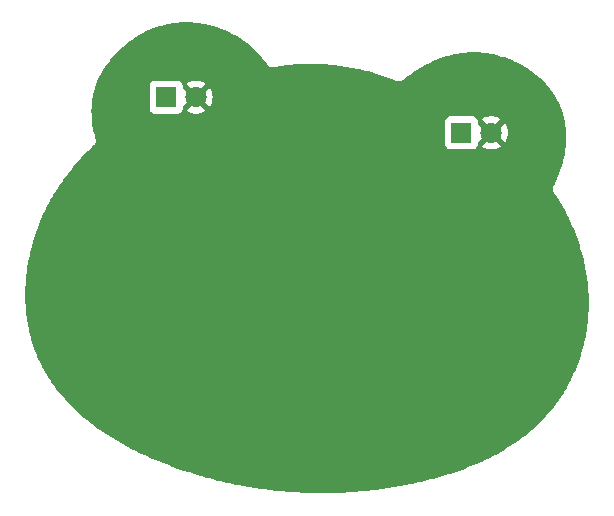
<source format=gbr>
%TF.GenerationSoftware,KiCad,Pcbnew,8.0.8*%
%TF.CreationDate,2025-02-14T08:27:58+01:00*%
%TF.ProjectId,Frog,46726f67-2e6b-4696-9361-645f70636258,rev?*%
%TF.SameCoordinates,Original*%
%TF.FileFunction,Copper,L1,Top*%
%TF.FilePolarity,Positive*%
%FSLAX46Y46*%
G04 Gerber Fmt 4.6, Leading zero omitted, Abs format (unit mm)*
G04 Created by KiCad (PCBNEW 8.0.8) date 2025-02-14 08:27:58*
%MOMM*%
%LPD*%
G01*
G04 APERTURE LIST*
%TA.AperFunction,ComponentPad*%
%ADD10R,1.800000X1.800000*%
%TD*%
%TA.AperFunction,ComponentPad*%
%ADD11C,1.800000*%
%TD*%
G04 APERTURE END LIST*
D10*
%TO.P,D2,1,K*%
%TO.N,GND*%
X128460000Y-73000000D03*
D11*
%TO.P,D2,2,A*%
%TO.N,VCC*%
X131000000Y-73000000D03*
%TD*%
D10*
%TO.P,D1,1,K*%
%TO.N,GND*%
X103460000Y-70000000D03*
D11*
%TO.P,D1,2,A*%
%TO.N,VCC*%
X106000000Y-70000000D03*
%TD*%
%TA.AperFunction,Conductor*%
%TO.N,VCC*%
G36*
X105154157Y-63652955D02*
G01*
X105391372Y-63656501D01*
X105394878Y-63656605D01*
X105630182Y-63667007D01*
X105633762Y-63667217D01*
X105666535Y-63669617D01*
X105868853Y-63684439D01*
X105872296Y-63684741D01*
X106106950Y-63708715D01*
X106110367Y-63709113D01*
X106344374Y-63739770D01*
X106347715Y-63740255D01*
X106580906Y-63777528D01*
X106584296Y-63778119D01*
X106816425Y-63821932D01*
X106819767Y-63822612D01*
X107050623Y-63872889D01*
X107053900Y-63873651D01*
X107246561Y-63921246D01*
X107283344Y-63930333D01*
X107286659Y-63931201D01*
X107445937Y-63975253D01*
X107514355Y-63994176D01*
X107517599Y-63995120D01*
X107721353Y-64057568D01*
X107743494Y-64064354D01*
X107746742Y-64065398D01*
X107970609Y-64140805D01*
X107973699Y-64141894D01*
X108195310Y-64223389D01*
X108198386Y-64224568D01*
X108417535Y-64312069D01*
X108420665Y-64313369D01*
X108636992Y-64406724D01*
X108640113Y-64408122D01*
X108853651Y-64507347D01*
X108856744Y-64508837D01*
X109067149Y-64613783D01*
X109070163Y-64615338D01*
X109277382Y-64725989D01*
X109280303Y-64727602D01*
X109484003Y-64843803D01*
X109486942Y-64845535D01*
X109686928Y-64967195D01*
X109689791Y-64968991D01*
X109885968Y-65096082D01*
X109888876Y-65098027D01*
X110080837Y-65230318D01*
X110083749Y-65232387D01*
X110271471Y-65369897D01*
X110274346Y-65372068D01*
X110452332Y-65510583D01*
X110457578Y-65514665D01*
X110460414Y-65516939D01*
X110639028Y-65664575D01*
X110641774Y-65666914D01*
X110709991Y-65726800D01*
X110815560Y-65819477D01*
X110818326Y-65821980D01*
X110987063Y-65979348D01*
X110989747Y-65981928D01*
X111153298Y-66144049D01*
X111155941Y-66146752D01*
X111314063Y-66313470D01*
X111316686Y-66316323D01*
X111469261Y-66487610D01*
X111471826Y-66490583D01*
X111618656Y-66666321D01*
X111621159Y-66669417D01*
X111762063Y-66849512D01*
X111764480Y-66852707D01*
X111899341Y-67037137D01*
X111901656Y-67040415D01*
X111994667Y-67176832D01*
X112006755Y-67194562D01*
X112016931Y-67212543D01*
X112022655Y-67224971D01*
X112022657Y-67224975D01*
X112040081Y-67245941D01*
X112045803Y-67252827D01*
X112052885Y-67262223D01*
X112073285Y-67292143D01*
X112073286Y-67292144D01*
X112083661Y-67301072D01*
X112098134Y-67315796D01*
X112106886Y-67326327D01*
X112136451Y-67347237D01*
X112145724Y-67354481D01*
X112173176Y-67378105D01*
X112185504Y-67384041D01*
X112203304Y-67394523D01*
X112214479Y-67402427D01*
X112248452Y-67414975D01*
X112259277Y-67419567D01*
X112291909Y-67435282D01*
X112305346Y-67437824D01*
X112325262Y-67443344D01*
X112338100Y-67448086D01*
X112374174Y-67451414D01*
X112385802Y-67453046D01*
X112421397Y-67459782D01*
X112435042Y-67458759D01*
X112455706Y-67458936D01*
X112469327Y-67460194D01*
X112505026Y-67454072D01*
X112516676Y-67452640D01*
X112552812Y-67449933D01*
X112565730Y-67445411D01*
X112585727Y-67440237D01*
X112787600Y-67405628D01*
X112789253Y-67405357D01*
X113038559Y-67366396D01*
X113040357Y-67366129D01*
X113290172Y-67330832D01*
X113291912Y-67330598D01*
X113542227Y-67298942D01*
X113543905Y-67298743D01*
X113794633Y-67270716D01*
X113796354Y-67270535D01*
X114047680Y-67246092D01*
X114049297Y-67245947D01*
X114300758Y-67225111D01*
X114302420Y-67224985D01*
X114554276Y-67207711D01*
X114555933Y-67207608D01*
X114808143Y-67193877D01*
X114809784Y-67193800D01*
X115062068Y-67183605D01*
X115063574Y-67183554D01*
X115316326Y-67176863D01*
X115317836Y-67176834D01*
X115570529Y-67173639D01*
X115571962Y-67173630D01*
X115824849Y-67173912D01*
X115826512Y-67173925D01*
X116079146Y-67177657D01*
X116080770Y-67177692D01*
X116333581Y-67184862D01*
X116335062Y-67184914D01*
X116587765Y-67195499D01*
X116589160Y-67195566D01*
X116842115Y-67209567D01*
X116843373Y-67209645D01*
X117095946Y-67227012D01*
X117097364Y-67227119D01*
X117349729Y-67247844D01*
X117351194Y-67247974D01*
X117603265Y-67272033D01*
X117604609Y-67272170D01*
X117856400Y-67299550D01*
X117857873Y-67299719D01*
X118109313Y-67330397D01*
X118110690Y-67330574D01*
X118361821Y-67364543D01*
X118363249Y-67364746D01*
X118613799Y-67401952D01*
X118615251Y-67402178D01*
X118865316Y-67442620D01*
X118866706Y-67442854D01*
X119116275Y-67486523D01*
X119117729Y-67486787D01*
X119366732Y-67533655D01*
X119368124Y-67533926D01*
X119616559Y-67583984D01*
X119617965Y-67584277D01*
X119865546Y-67637452D01*
X119866969Y-67637767D01*
X120113980Y-67694112D01*
X120115362Y-67694436D01*
X120361614Y-67753899D01*
X120363012Y-67754247D01*
X120608309Y-67816771D01*
X120609806Y-67817162D01*
X120801156Y-67868514D01*
X120854189Y-67882746D01*
X120855693Y-67883159D01*
X121099245Y-67951814D01*
X121100685Y-67952230D01*
X121343331Y-68023931D01*
X121344669Y-68024336D01*
X121586368Y-68099066D01*
X121587729Y-68099496D01*
X121828300Y-68177192D01*
X121829625Y-68177629D01*
X122069257Y-68258346D01*
X122070481Y-68258768D01*
X122308909Y-68342414D01*
X122310282Y-68342906D01*
X122547404Y-68429437D01*
X122548747Y-68429936D01*
X122784757Y-68519420D01*
X122786039Y-68519916D01*
X122955770Y-68586707D01*
X122968591Y-68592617D01*
X122970496Y-68593630D01*
X122970497Y-68593630D01*
X122970498Y-68593631D01*
X123027248Y-68614854D01*
X123029167Y-68615590D01*
X123085576Y-68637789D01*
X123085581Y-68637789D01*
X123087661Y-68638308D01*
X123088124Y-68638451D01*
X123088693Y-68638583D01*
X123090777Y-68639083D01*
X123091361Y-68639228D01*
X123091844Y-68639311D01*
X123093925Y-68639791D01*
X123093932Y-68639794D01*
X123154320Y-68645613D01*
X123156220Y-68645812D01*
X123206246Y-68651495D01*
X123216517Y-68652663D01*
X123216518Y-68652662D01*
X123216519Y-68652663D01*
X123216519Y-68652662D01*
X123218654Y-68652625D01*
X123219141Y-68652644D01*
X123219746Y-68652623D01*
X123221901Y-68652566D01*
X123222488Y-68652555D01*
X123222977Y-68652510D01*
X123225095Y-68652435D01*
X123225109Y-68652437D01*
X123284976Y-68642423D01*
X123286825Y-68642131D01*
X123346848Y-68633140D01*
X123346851Y-68633138D01*
X123348902Y-68632550D01*
X123349367Y-68632444D01*
X123349916Y-68632277D01*
X123351973Y-68631668D01*
X123352587Y-68631491D01*
X123353055Y-68631319D01*
X123355080Y-68630699D01*
X123355087Y-68630698D01*
X123410224Y-68605575D01*
X123412097Y-68604742D01*
X123448576Y-68588866D01*
X123467685Y-68580550D01*
X123467693Y-68580543D01*
X123469521Y-68579445D01*
X123469955Y-68579216D01*
X123470451Y-68578907D01*
X123472264Y-68577795D01*
X123472799Y-68577472D01*
X123473206Y-68577185D01*
X123474997Y-68576065D01*
X123475011Y-68576059D01*
X123521844Y-68537457D01*
X123523299Y-68536279D01*
X123570792Y-68498477D01*
X123570798Y-68498467D01*
X123572289Y-68496924D01*
X123582646Y-68487345D01*
X123716876Y-68376715D01*
X123718768Y-68375191D01*
X123908334Y-68225803D01*
X123910397Y-68224213D01*
X124103568Y-68078778D01*
X124105631Y-68077260D01*
X124302285Y-67935941D01*
X124304435Y-67934431D01*
X124504447Y-67797398D01*
X124506746Y-67795862D01*
X124567227Y-67756410D01*
X124709839Y-67663382D01*
X124712124Y-67661929D01*
X124918483Y-67533970D01*
X124920765Y-67532592D01*
X125129968Y-67409507D01*
X125132379Y-67408126D01*
X125344430Y-67289998D01*
X125346895Y-67288662D01*
X125561597Y-67175698D01*
X125564114Y-67174412D01*
X125781382Y-67066750D01*
X125783998Y-67065495D01*
X126003596Y-66963350D01*
X126006332Y-66962119D01*
X126228103Y-66865658D01*
X126230963Y-66864457D01*
X126454938Y-66773772D01*
X126457793Y-66772659D01*
X126683748Y-66687943D01*
X126686700Y-66686881D01*
X126914545Y-66608280D01*
X126917567Y-66607283D01*
X127147073Y-66534983D01*
X127150265Y-66534025D01*
X127381398Y-66468147D01*
X127384607Y-66467282D01*
X127617156Y-66408001D01*
X127620571Y-66407182D01*
X127854454Y-66354635D01*
X127857946Y-66353903D01*
X128093078Y-66308229D01*
X128096645Y-66307592D01*
X128332920Y-66268936D01*
X128336518Y-66268404D01*
X128573812Y-66236915D01*
X128577529Y-66236480D01*
X128815699Y-66212308D01*
X128819472Y-66211984D01*
X129058470Y-66195269D01*
X129062372Y-66195058D01*
X129302104Y-66185945D01*
X129306042Y-66185859D01*
X129544653Y-66184509D01*
X129549335Y-66184571D01*
X129780552Y-66192082D01*
X129784058Y-66192246D01*
X130018172Y-66206524D01*
X130021626Y-66206784D01*
X130245759Y-66226805D01*
X130255566Y-66227681D01*
X130259009Y-66228036D01*
X130285390Y-66231138D01*
X130492537Y-66255489D01*
X130495944Y-66255938D01*
X130579324Y-66268091D01*
X130728810Y-66289879D01*
X130732142Y-66290411D01*
X130964335Y-66330810D01*
X130967611Y-66331427D01*
X131141054Y-66366521D01*
X131198670Y-66378179D01*
X131201971Y-66378894D01*
X131431804Y-66431954D01*
X131435000Y-66432738D01*
X131657057Y-66490394D01*
X131663354Y-66492029D01*
X131666588Y-66492915D01*
X131893229Y-66558362D01*
X131896397Y-66559323D01*
X132121220Y-66630885D01*
X132124397Y-66631944D01*
X132282017Y-66686852D01*
X132346985Y-66709484D01*
X132350138Y-66710630D01*
X132570518Y-66794153D01*
X132573646Y-66795388D01*
X132791377Y-66884732D01*
X132794481Y-66886055D01*
X132813638Y-66894532D01*
X133009580Y-66981236D01*
X133012632Y-66982637D01*
X133064485Y-67007297D01*
X133224712Y-67083498D01*
X133227767Y-67085003D01*
X133436684Y-67191491D01*
X133439717Y-67193090D01*
X133645293Y-67305140D01*
X133648303Y-67306835D01*
X133781012Y-67384039D01*
X133847519Y-67422730D01*
X133850282Y-67424337D01*
X133853261Y-67426126D01*
X134051465Y-67549010D01*
X134054378Y-67550873D01*
X134248618Y-67679062D01*
X134251523Y-67681039D01*
X134375652Y-67768163D01*
X134441575Y-67814434D01*
X134444485Y-67816540D01*
X134630125Y-67955035D01*
X134633006Y-67957251D01*
X134814072Y-68100782D01*
X134816922Y-68103111D01*
X134934869Y-68202448D01*
X134970665Y-68232596D01*
X134993199Y-68251574D01*
X134996010Y-68254015D01*
X135132255Y-68375951D01*
X135167338Y-68407349D01*
X135170111Y-68409908D01*
X135304234Y-68537519D01*
X135336288Y-68568016D01*
X135339025Y-68570702D01*
X135499876Y-68733510D01*
X135502565Y-68736318D01*
X135618748Y-68861534D01*
X135647007Y-68891991D01*
X135657871Y-68903699D01*
X135660503Y-68906629D01*
X135759227Y-69020065D01*
X135810126Y-69078550D01*
X135812706Y-69081613D01*
X135956463Y-69257986D01*
X135958957Y-69261149D01*
X136096692Y-69441921D01*
X136099121Y-69445223D01*
X136229625Y-69628863D01*
X136232351Y-69632862D01*
X136332720Y-69786530D01*
X136356292Y-69822619D01*
X136358762Y-69826561D01*
X136427327Y-69940756D01*
X136474893Y-70019978D01*
X136477212Y-70024010D01*
X136585501Y-70220727D01*
X136587647Y-70224803D01*
X136688167Y-70424637D01*
X136690137Y-70428739D01*
X136783001Y-70631567D01*
X136784796Y-70635685D01*
X136846529Y-70784548D01*
X136870072Y-70841318D01*
X136871696Y-70845441D01*
X136949493Y-71053783D01*
X136950948Y-71057899D01*
X137021336Y-71268771D01*
X137022626Y-71272871D01*
X137085675Y-71486094D01*
X137086805Y-71490169D01*
X137142596Y-71705612D01*
X137143571Y-71709655D01*
X137169113Y-71823955D01*
X137190060Y-71917693D01*
X137192160Y-71927088D01*
X137192986Y-71931094D01*
X137234443Y-72150356D01*
X137235126Y-72154317D01*
X137269532Y-72375305D01*
X137270077Y-72379218D01*
X137297472Y-72601563D01*
X137297887Y-72605424D01*
X137318361Y-72829128D01*
X137318650Y-72832936D01*
X137332255Y-73057641D01*
X137332426Y-73061393D01*
X137339238Y-73287047D01*
X137339294Y-73290743D01*
X137339378Y-73516959D01*
X137339326Y-73520598D01*
X137332754Y-73747339D01*
X137332598Y-73750921D01*
X137319444Y-73977875D01*
X137319189Y-73981400D01*
X137299529Y-74208378D01*
X137299179Y-74211851D01*
X137273090Y-74438616D01*
X137272649Y-74442033D01*
X137240199Y-74668470D01*
X137239669Y-74671837D01*
X137200968Y-74897529D01*
X137200353Y-74900847D01*
X137155451Y-75125779D01*
X137154752Y-75129048D01*
X137103765Y-75352850D01*
X137102985Y-75356075D01*
X137045968Y-75578668D01*
X137045107Y-75581852D01*
X136982185Y-75802867D01*
X136981246Y-75806008D01*
X136912492Y-76025316D01*
X136911473Y-76028422D01*
X136837004Y-76245722D01*
X136835907Y-76248791D01*
X136755773Y-76464006D01*
X136754596Y-76467043D01*
X136668973Y-76679740D01*
X136667717Y-76682747D01*
X136576594Y-76892984D01*
X136575268Y-76895936D01*
X136478865Y-77103223D01*
X136477460Y-77106143D01*
X136375807Y-77310428D01*
X136374302Y-77313355D01*
X136297075Y-77458745D01*
X136288777Y-77470825D01*
X136289168Y-77471084D01*
X136284683Y-77477861D01*
X136260535Y-77527379D01*
X136258593Y-77531193D01*
X136232739Y-77579867D01*
X136229898Y-77587477D01*
X136229461Y-77587314D01*
X136229057Y-77588456D01*
X136229499Y-77588604D01*
X136226921Y-77596310D01*
X136216409Y-77650407D01*
X136215520Y-77654594D01*
X136203149Y-77708283D01*
X136202374Y-77716372D01*
X136201909Y-77716327D01*
X136201814Y-77717543D01*
X136202279Y-77717572D01*
X136201783Y-77725684D01*
X136205630Y-77780646D01*
X136205855Y-77784918D01*
X136207803Y-77839980D01*
X136209149Y-77848002D01*
X136208688Y-77848079D01*
X136208908Y-77849265D01*
X136209364Y-77849173D01*
X136210985Y-77857136D01*
X136228937Y-77909263D01*
X136230261Y-77913335D01*
X136246385Y-77965994D01*
X136249760Y-77973391D01*
X136249334Y-77973585D01*
X136249852Y-77974670D01*
X136250270Y-77974462D01*
X136253899Y-77981738D01*
X136284715Y-78027420D01*
X136287047Y-78031009D01*
X136316270Y-78077730D01*
X136321441Y-78083998D01*
X136321080Y-78084295D01*
X136330601Y-78095438D01*
X136432151Y-78245968D01*
X136433170Y-78247504D01*
X136568851Y-78455221D01*
X136569844Y-78456767D01*
X136702383Y-78666393D01*
X136703352Y-78667950D01*
X136832787Y-78879532D01*
X136833730Y-78881100D01*
X136959979Y-79094485D01*
X136960895Y-79096060D01*
X137065210Y-79278448D01*
X137083944Y-79311202D01*
X137084823Y-79312766D01*
X137134300Y-79402304D01*
X137204717Y-79529737D01*
X137205586Y-79531337D01*
X137322253Y-79749991D01*
X137323090Y-79751589D01*
X137422902Y-79945447D01*
X137436466Y-79971790D01*
X137437269Y-79973379D01*
X137476215Y-80051822D01*
X137547420Y-80195245D01*
X137548205Y-80196856D01*
X137595459Y-80295640D01*
X137655051Y-80420214D01*
X137655822Y-80421857D01*
X137759328Y-80646624D01*
X137760075Y-80648278D01*
X137860309Y-80874599D01*
X137861031Y-80876261D01*
X137957866Y-81103835D01*
X137958564Y-81105510D01*
X138052040Y-81334430D01*
X138052714Y-81336115D01*
X138142791Y-81566279D01*
X138143440Y-81567973D01*
X138230118Y-81799371D01*
X138230743Y-81801079D01*
X138314002Y-82033679D01*
X138314602Y-82035395D01*
X138394368Y-82268976D01*
X138394944Y-82270704D01*
X138471272Y-82505436D01*
X138471824Y-82507176D01*
X138544668Y-82742940D01*
X138545194Y-82744689D01*
X138614469Y-82981200D01*
X138614971Y-82982961D01*
X138680770Y-83220555D01*
X138681246Y-83222326D01*
X138729239Y-83406159D01*
X138743490Y-83460744D01*
X138743941Y-83462528D01*
X138802586Y-83701621D01*
X138803012Y-83703416D01*
X138858076Y-83943280D01*
X138858477Y-83945086D01*
X138909951Y-84185718D01*
X138910325Y-84187534D01*
X138958152Y-84428692D01*
X138958501Y-84430521D01*
X139002690Y-84672313D01*
X139003012Y-84674153D01*
X139043534Y-84916465D01*
X139043829Y-84918317D01*
X139080660Y-85161064D01*
X139080928Y-85162926D01*
X139114055Y-85406079D01*
X139114296Y-85407954D01*
X139143701Y-85651483D01*
X139143914Y-85653367D01*
X139169582Y-85897231D01*
X139169767Y-85899129D01*
X139191673Y-86143256D01*
X139191829Y-86145163D01*
X139209961Y-86389549D01*
X139210088Y-86391468D01*
X139224409Y-86635769D01*
X139224508Y-86637698D01*
X139235028Y-86882352D01*
X139235096Y-86884292D01*
X139241780Y-87128930D01*
X139241818Y-87130883D01*
X139244648Y-87375519D01*
X139244655Y-87377479D01*
X139243614Y-87622778D01*
X139243596Y-87624447D01*
X139239330Y-87865379D01*
X139239274Y-87867485D01*
X139230959Y-88107074D01*
X139230869Y-88109174D01*
X139218477Y-88348926D01*
X139218351Y-88351017D01*
X139201909Y-88590533D01*
X139201748Y-88592618D01*
X139181272Y-88831789D01*
X139181077Y-88833867D01*
X139156548Y-89072958D01*
X139156317Y-89075031D01*
X139127786Y-89313538D01*
X139127522Y-89315601D01*
X139094959Y-89553858D01*
X139094660Y-89555918D01*
X139058105Y-89793579D01*
X139057772Y-89795630D01*
X139017217Y-90032778D01*
X139016849Y-90034824D01*
X138972342Y-90271167D01*
X138971941Y-90273205D01*
X138923441Y-90508964D01*
X138923005Y-90510997D01*
X138870560Y-90745903D01*
X138870090Y-90747927D01*
X138813697Y-90981998D01*
X138813192Y-90984019D01*
X138752885Y-91217077D01*
X138752346Y-91219090D01*
X138688097Y-91451219D01*
X138687523Y-91453225D01*
X138619406Y-91684144D01*
X138618798Y-91686145D01*
X138546725Y-91916109D01*
X138546081Y-91918103D01*
X138470192Y-92146639D01*
X138469514Y-92148626D01*
X138389713Y-92375993D01*
X138388998Y-92377974D01*
X138305348Y-92603952D01*
X138304599Y-92605926D01*
X138217101Y-92830477D01*
X138216314Y-92832445D01*
X138125005Y-93055437D01*
X138124183Y-93057397D01*
X138029078Y-93278762D01*
X138028219Y-93280714D01*
X137929284Y-93500491D01*
X137928389Y-93502436D01*
X137825636Y-93720551D01*
X137824702Y-93722488D01*
X137718213Y-93938727D01*
X137717242Y-93940657D01*
X137606993Y-94155024D01*
X137605985Y-94156943D01*
X137491969Y-94369418D01*
X137490921Y-94371330D01*
X137373196Y-94581753D01*
X137372111Y-94583654D01*
X137250595Y-94792128D01*
X137249469Y-94794020D01*
X137124302Y-95000252D01*
X137123138Y-95002132D01*
X136994250Y-95206199D01*
X136993045Y-95208069D01*
X136860505Y-95409811D01*
X136859261Y-95411668D01*
X136723026Y-95611106D01*
X136721741Y-95612951D01*
X136581867Y-95809949D01*
X136580543Y-95811779D01*
X136436943Y-96006414D01*
X136435575Y-96008232D01*
X136288473Y-96200142D01*
X136287067Y-96201942D01*
X136136296Y-96391310D01*
X136134848Y-96393095D01*
X135980406Y-96579861D01*
X135978916Y-96581629D01*
X135821334Y-96765115D01*
X135820985Y-96765521D01*
X135819453Y-96767271D01*
X135657844Y-96948459D01*
X135656272Y-96950189D01*
X135491130Y-97128456D01*
X135489516Y-97130165D01*
X135320819Y-97305482D01*
X135319163Y-97307170D01*
X135146941Y-97479451D01*
X135145245Y-97481116D01*
X134966569Y-97653130D01*
X134965977Y-97653696D01*
X134783098Y-97827441D01*
X134781531Y-97828904D01*
X134598324Y-97997032D01*
X134596753Y-97998450D01*
X134410796Y-98163345D01*
X134409243Y-98164698D01*
X134373669Y-98195189D01*
X134220618Y-98326366D01*
X134219043Y-98327693D01*
X134027709Y-98486247D01*
X134026134Y-98487530D01*
X133832323Y-98642851D01*
X133830752Y-98644090D01*
X133634306Y-98796383D01*
X133632738Y-98797578D01*
X133433962Y-98946680D01*
X133432401Y-98947832D01*
X133231026Y-99094017D01*
X133229472Y-99095127D01*
X133025893Y-99238176D01*
X133024348Y-99239245D01*
X132818308Y-99379409D01*
X132816773Y-99380436D01*
X132608575Y-99517577D01*
X132607051Y-99518565D01*
X132396602Y-99652812D01*
X132395090Y-99653761D01*
X132182540Y-99785080D01*
X132181042Y-99785991D01*
X131966416Y-99914437D01*
X131964933Y-99915311D01*
X131748168Y-100040983D01*
X131746700Y-100041821D01*
X131528097Y-100164608D01*
X131526644Y-100165411D01*
X131306035Y-100285467D01*
X131304600Y-100286236D01*
X131082142Y-100403540D01*
X131080723Y-100404276D01*
X130856538Y-100518822D01*
X130855137Y-100519527D01*
X130629111Y-100631432D01*
X130627730Y-100632105D01*
X130400150Y-100741289D01*
X130398787Y-100741933D01*
X130169357Y-100848594D01*
X130168120Y-100849160D01*
X130031349Y-100910772D01*
X129937240Y-100953165D01*
X129935916Y-100953752D01*
X129703544Y-101055180D01*
X129702239Y-101055740D01*
X129468493Y-101154596D01*
X129467209Y-101155131D01*
X129232051Y-101251489D01*
X129230786Y-101251999D01*
X128994290Y-101345881D01*
X128993046Y-101346367D01*
X128755321Y-101437785D01*
X128754097Y-101438249D01*
X128515149Y-101527253D01*
X128513945Y-101527694D01*
X128273833Y-101614315D01*
X128272650Y-101614735D01*
X128031577Y-101698954D01*
X128030414Y-101699354D01*
X127788119Y-101781314D01*
X127786976Y-101781694D01*
X127543929Y-101861284D01*
X127542806Y-101861646D01*
X127298797Y-101938989D01*
X127297695Y-101939333D01*
X127052868Y-102014434D01*
X127051785Y-102014761D01*
X126806240Y-102087639D01*
X126805177Y-102087949D01*
X126558768Y-102158696D01*
X126557726Y-102158990D01*
X126310849Y-102227542D01*
X126309824Y-102227822D01*
X126062412Y-102294246D01*
X126061409Y-102294511D01*
X125813265Y-102358911D01*
X125812279Y-102359162D01*
X125563940Y-102421442D01*
X125563099Y-102421649D01*
X125313914Y-102482021D01*
X125313032Y-102482231D01*
X125063978Y-102540502D01*
X125063050Y-102540716D01*
X124813503Y-102597084D01*
X124812592Y-102597286D01*
X124561040Y-102652121D01*
X124560965Y-102652137D01*
X124310866Y-102706493D01*
X124310009Y-102706676D01*
X124096033Y-102751599D01*
X124061648Y-102758817D01*
X124061027Y-102758946D01*
X123812182Y-102809356D01*
X123811324Y-102809526D01*
X123562306Y-102858145D01*
X123561449Y-102858309D01*
X123312003Y-102905191D01*
X123311146Y-102905349D01*
X123061387Y-102950475D01*
X123060529Y-102950627D01*
X122810294Y-102994026D01*
X122809439Y-102994171D01*
X122559110Y-103035784D01*
X122558253Y-103035924D01*
X122307371Y-103075825D01*
X122306515Y-103075958D01*
X122055471Y-103114089D01*
X122054614Y-103114216D01*
X121803418Y-103150577D01*
X121802564Y-103150698D01*
X121550709Y-103185367D01*
X121549853Y-103185481D01*
X121298213Y-103218337D01*
X121297357Y-103218446D01*
X121045126Y-103249596D01*
X121044271Y-103249699D01*
X120791923Y-103279086D01*
X120791069Y-103279182D01*
X120538604Y-103306810D01*
X120537750Y-103306901D01*
X120284787Y-103332812D01*
X120283933Y-103332896D01*
X120031145Y-103357021D01*
X120030291Y-103357100D01*
X119777064Y-103379501D01*
X119776211Y-103379573D01*
X119523044Y-103400208D01*
X119522190Y-103400275D01*
X119268538Y-103419187D01*
X119267684Y-103419247D01*
X119014259Y-103436384D01*
X119013407Y-103436439D01*
X118759678Y-103451843D01*
X118758824Y-103451892D01*
X118505057Y-103465542D01*
X118504205Y-103465585D01*
X118250221Y-103477494D01*
X118249368Y-103477531D01*
X117995302Y-103487692D01*
X117994450Y-103487723D01*
X117740438Y-103496133D01*
X117739586Y-103496158D01*
X117485587Y-103502820D01*
X117484735Y-103502840D01*
X117230345Y-103507762D01*
X117229493Y-103507775D01*
X116975434Y-103510944D01*
X116974582Y-103510952D01*
X116720418Y-103512376D01*
X116719567Y-103512378D01*
X116465257Y-103512058D01*
X116464405Y-103512054D01*
X116210157Y-103509987D01*
X116209305Y-103509977D01*
X115955178Y-103506164D01*
X115954327Y-103506148D01*
X115700245Y-103500592D01*
X115699393Y-103500571D01*
X115445039Y-103493259D01*
X115444188Y-103493231D01*
X115190427Y-103484193D01*
X115189576Y-103484160D01*
X114935554Y-103473364D01*
X114934703Y-103473325D01*
X114680849Y-103460788D01*
X114679998Y-103460743D01*
X114426146Y-103446457D01*
X114425294Y-103446406D01*
X114171799Y-103430389D01*
X114170948Y-103430333D01*
X113917314Y-103412555D01*
X113916463Y-103412492D01*
X113663038Y-103392975D01*
X113662187Y-103392906D01*
X113409048Y-103371657D01*
X113408196Y-103371583D01*
X113155136Y-103348582D01*
X113154284Y-103348502D01*
X112901293Y-103323747D01*
X112900442Y-103323660D01*
X112647936Y-103297193D01*
X112647085Y-103297101D01*
X112394681Y-103268880D01*
X112393830Y-103268782D01*
X112141621Y-103238818D01*
X112140768Y-103238714D01*
X111888566Y-103206978D01*
X111887715Y-103206868D01*
X111726759Y-103185481D01*
X111636120Y-103173437D01*
X111635308Y-103173326D01*
X111599968Y-103168381D01*
X111383611Y-103138106D01*
X111382758Y-103137983D01*
X111131747Y-103101079D01*
X111130896Y-103100951D01*
X110880040Y-103062288D01*
X110879187Y-103062154D01*
X110628335Y-103021703D01*
X110627483Y-103021562D01*
X110377318Y-102979431D01*
X110376466Y-102979285D01*
X110126403Y-102935377D01*
X110125551Y-102935224D01*
X109876074Y-102889622D01*
X109875221Y-102889463D01*
X109711439Y-102858339D01*
X109625972Y-102842097D01*
X109625196Y-102841947D01*
X109376178Y-102792816D01*
X109375356Y-102792651D01*
X109126755Y-102741789D01*
X109125902Y-102741611D01*
X108877785Y-102689028D01*
X108876932Y-102688844D01*
X108629340Y-102634550D01*
X108628488Y-102634360D01*
X108381180Y-102578300D01*
X108380326Y-102578103D01*
X108133488Y-102520313D01*
X108132635Y-102520110D01*
X107886248Y-102460584D01*
X107885395Y-102460375D01*
X107639396Y-102399095D01*
X107638543Y-102398879D01*
X107393250Y-102335923D01*
X107392396Y-102335701D01*
X107147404Y-102270961D01*
X107146551Y-102270732D01*
X106902060Y-102204258D01*
X106901206Y-102204023D01*
X106657268Y-102135824D01*
X106656489Y-102135603D01*
X106504739Y-102092005D01*
X106413004Y-102065649D01*
X106412151Y-102065400D01*
X106169218Y-101993715D01*
X106168365Y-101993460D01*
X105926072Y-101920068D01*
X105925217Y-101919806D01*
X105683507Y-101844685D01*
X105682654Y-101844416D01*
X105441618Y-101767593D01*
X105440765Y-101767318D01*
X105200107Y-101688694D01*
X105199320Y-101688434D01*
X105092509Y-101652680D01*
X104959375Y-101608114D01*
X104958522Y-101607825D01*
X104719008Y-101525708D01*
X104718154Y-101525411D01*
X104479597Y-101441674D01*
X104478744Y-101441372D01*
X104240656Y-101355844D01*
X104239803Y-101355534D01*
X104002455Y-101268304D01*
X104001602Y-101267987D01*
X103764809Y-101178984D01*
X103763957Y-101178660D01*
X103527889Y-101087942D01*
X103527036Y-101087610D01*
X103291845Y-100995232D01*
X103290993Y-100994894D01*
X103056395Y-100900742D01*
X103055543Y-100900396D01*
X102821516Y-100804452D01*
X102820666Y-100804100D01*
X102587640Y-100706539D01*
X102586788Y-100706179D01*
X102354376Y-100606832D01*
X102353525Y-100606464D01*
X102121966Y-100505428D01*
X102121117Y-100505054D01*
X101933813Y-100421654D01*
X101889739Y-100402029D01*
X101889292Y-100401828D01*
X101660697Y-100298247D01*
X101659729Y-100297803D01*
X101432559Y-100192413D01*
X101431539Y-100191934D01*
X101205061Y-100084354D01*
X101204029Y-100083858D01*
X100978507Y-99974168D01*
X100977461Y-99973653D01*
X100752731Y-99861724D01*
X100751672Y-99861190D01*
X100528100Y-99747156D01*
X100527027Y-99746602D01*
X100304473Y-99630343D01*
X100303386Y-99629769D01*
X100081930Y-99511275D01*
X100080830Y-99510679D01*
X99860570Y-99389950D01*
X99859457Y-99389332D01*
X99640707Y-99266494D01*
X99639578Y-99265853D01*
X99421913Y-99140608D01*
X99420771Y-99139942D01*
X99204861Y-99012624D01*
X99203704Y-99011934D01*
X98989130Y-98882242D01*
X98987960Y-98881526D01*
X98851488Y-98796965D01*
X98775027Y-98749588D01*
X98773876Y-98748865D01*
X98562635Y-98614655D01*
X98561436Y-98613884D01*
X98352041Y-98477444D01*
X98350829Y-98476644D01*
X98143266Y-98337908D01*
X98142040Y-98337078D01*
X97936405Y-98196050D01*
X97935166Y-98195189D01*
X97731410Y-98051773D01*
X97730209Y-98050917D01*
X97528545Y-97905200D01*
X97527375Y-97904343D01*
X97509909Y-97891384D01*
X97327839Y-97756290D01*
X97326672Y-97755412D01*
X97212403Y-97668319D01*
X97129419Y-97605070D01*
X97128132Y-97604076D01*
X97072557Y-97560553D01*
X96933116Y-97451351D01*
X96931939Y-97450416D01*
X96795119Y-97340279D01*
X96739422Y-97295444D01*
X96738111Y-97294374D01*
X96547950Y-97136975D01*
X96546630Y-97135866D01*
X96359133Y-96976227D01*
X96357803Y-96975079D01*
X96172771Y-96812960D01*
X96171433Y-96811770D01*
X95989152Y-96647350D01*
X95987806Y-96646118D01*
X95808245Y-96479294D01*
X95806894Y-96478020D01*
X95630083Y-96308746D01*
X95628726Y-96307426D01*
X95454906Y-96135855D01*
X95453545Y-96134491D01*
X95444487Y-96125268D01*
X95282579Y-95960411D01*
X95281282Y-95959069D01*
X95113328Y-95782556D01*
X95112052Y-95781194D01*
X94947145Y-95602199D01*
X94945843Y-95600762D01*
X94930753Y-95583835D01*
X94784185Y-95419421D01*
X94782832Y-95417879D01*
X94776687Y-95410750D01*
X94624375Y-95234055D01*
X94623095Y-95232545D01*
X94467872Y-95046181D01*
X94466615Y-95044644D01*
X94314855Y-94855921D01*
X94313511Y-94854219D01*
X94165164Y-94662986D01*
X94163829Y-94661233D01*
X94019056Y-94467599D01*
X94017733Y-94465797D01*
X93876481Y-94269593D01*
X93875172Y-94267739D01*
X93737544Y-94068997D01*
X93736252Y-94067093D01*
X93705728Y-94021219D01*
X93602346Y-93865847D01*
X93601145Y-93864004D01*
X93470937Y-93660102D01*
X93469718Y-93658152D01*
X93343382Y-93451743D01*
X93342153Y-93449691D01*
X93338608Y-93443640D01*
X93219761Y-93240776D01*
X93218594Y-93238737D01*
X93098511Y-93024272D01*
X93097935Y-93023233D01*
X93063550Y-92960418D01*
X92978010Y-92804155D01*
X92976761Y-92801812D01*
X92972370Y-92793360D01*
X92863610Y-92584008D01*
X92862420Y-92581655D01*
X92754214Y-92361924D01*
X92753069Y-92359534D01*
X92649762Y-92137922D01*
X92648676Y-92135528D01*
X92550190Y-91912005D01*
X92549166Y-91909612D01*
X92498100Y-91786785D01*
X92455552Y-91684448D01*
X92454589Y-91682062D01*
X92406467Y-91559162D01*
X92365734Y-91455135D01*
X92364834Y-91452764D01*
X92364624Y-91452194D01*
X92280739Y-91224233D01*
X92279901Y-91221882D01*
X92278596Y-91218100D01*
X92200515Y-90991765D01*
X92199723Y-90989389D01*
X92125022Y-90757771D01*
X92124285Y-90755405D01*
X92095510Y-90659677D01*
X92054260Y-90522446D01*
X92053585Y-90520117D01*
X92050472Y-90508964D01*
X91988156Y-90285726D01*
X91987567Y-90283533D01*
X91926701Y-90047763D01*
X91926150Y-90045536D01*
X91869859Y-89808622D01*
X91869359Y-89806429D01*
X91817597Y-89568394D01*
X91817124Y-89566111D01*
X91769870Y-89327093D01*
X91769451Y-89324869D01*
X91726639Y-89084755D01*
X91726289Y-89082681D01*
X91687896Y-88841576D01*
X91687584Y-88839494D01*
X91653606Y-88597656D01*
X91653320Y-88595479D01*
X91652842Y-88591565D01*
X91623710Y-88352880D01*
X91623466Y-88350708D01*
X91623388Y-88349961D01*
X91598207Y-88107565D01*
X91598002Y-88105406D01*
X91596301Y-88085620D01*
X91577033Y-87861544D01*
X91576878Y-87859534D01*
X91560172Y-87615009D01*
X91560056Y-87613056D01*
X91547590Y-87368108D01*
X91547509Y-87366202D01*
X91539254Y-87120942D01*
X91539203Y-87118875D01*
X91538544Y-87079247D01*
X91535123Y-86873391D01*
X91535107Y-86871331D01*
X91535129Y-86782408D01*
X91535167Y-86625583D01*
X91535184Y-86623693D01*
X91539350Y-86377749D01*
X91539397Y-86375908D01*
X91547639Y-86129895D01*
X91547718Y-86127992D01*
X91559998Y-85882038D01*
X91560104Y-85880214D01*
X91576396Y-85634287D01*
X91576527Y-85632513D01*
X91596794Y-85386740D01*
X91596958Y-85384935D01*
X91621157Y-85139476D01*
X91621339Y-85137771D01*
X91649436Y-84892709D01*
X91649669Y-84890815D01*
X91656921Y-84835309D01*
X91681636Y-84646143D01*
X91681873Y-84644432D01*
X91717656Y-84400364D01*
X91717925Y-84398617D01*
X91757529Y-84154971D01*
X91757848Y-84153110D01*
X91801171Y-83910358D01*
X91801468Y-83908762D01*
X91848594Y-83666336D01*
X91848904Y-83664805D01*
X91899671Y-83423442D01*
X91900035Y-83421773D01*
X91954442Y-83181366D01*
X91954863Y-83179572D01*
X91960689Y-83155532D01*
X92012854Y-82940264D01*
X92013281Y-82938556D01*
X92074892Y-82700137D01*
X92075319Y-82698537D01*
X92122171Y-82527908D01*
X92125321Y-82518679D01*
X92125959Y-82516269D01*
X92125962Y-82516265D01*
X92142145Y-82455179D01*
X92142432Y-82454118D01*
X92146124Y-82440672D01*
X92159113Y-82393370D01*
X92159113Y-82393367D01*
X92159776Y-82390953D01*
X92161691Y-82381409D01*
X92207232Y-82209519D01*
X92207765Y-82207571D01*
X92274888Y-81970803D01*
X92275441Y-81968916D01*
X92346555Y-81733465D01*
X92347173Y-81731483D01*
X92422277Y-81497207D01*
X92422866Y-81495423D01*
X92501881Y-81262419D01*
X92502537Y-81260536D01*
X92520926Y-81209122D01*
X92585465Y-81028675D01*
X92586099Y-81026948D01*
X92672791Y-80796518D01*
X92673453Y-80794797D01*
X92763971Y-80565522D01*
X92764678Y-80563775D01*
X92858819Y-80336045D01*
X92859557Y-80334295D01*
X92957403Y-80107808D01*
X92958142Y-80106136D01*
X93059596Y-79881020D01*
X93060311Y-79879465D01*
X93165336Y-79655707D01*
X93166144Y-79654022D01*
X93171619Y-79642805D01*
X93274612Y-79431806D01*
X93275374Y-79430273D01*
X93387333Y-79209413D01*
X93388127Y-79207877D01*
X93503487Y-78988476D01*
X93504347Y-78986869D01*
X93505296Y-78985127D01*
X93622994Y-78769050D01*
X93623714Y-78767752D01*
X93745788Y-78551198D01*
X93746562Y-78549847D01*
X93871804Y-78334952D01*
X93872590Y-78333626D01*
X94000947Y-78120401D01*
X94001823Y-78118968D01*
X94133380Y-77907207D01*
X94134137Y-77906009D01*
X94268702Y-77695960D01*
X94269526Y-77694692D01*
X94407243Y-77486064D01*
X94407900Y-77485083D01*
X94548558Y-77278158D01*
X94549353Y-77277006D01*
X94692879Y-77071822D01*
X94693589Y-77070821D01*
X94839976Y-76867333D01*
X94840757Y-76866262D01*
X94989895Y-76664574D01*
X94990750Y-76663434D01*
X95142550Y-76463608D01*
X95143410Y-76462489D01*
X95297879Y-76264468D01*
X95298669Y-76263468D01*
X95455841Y-76067157D01*
X95456647Y-76066163D01*
X95616456Y-75871611D01*
X95617143Y-75870785D01*
X95779357Y-75678225D01*
X95780327Y-75677090D01*
X95944728Y-75486728D01*
X95945637Y-75485688D01*
X96112748Y-75296881D01*
X96113504Y-75296037D01*
X96282893Y-75109244D01*
X96283633Y-75108438D01*
X96455355Y-74923554D01*
X96456116Y-74922744D01*
X96630029Y-74739887D01*
X96630747Y-74739142D01*
X96806699Y-74558437D01*
X96807681Y-74557441D01*
X96922698Y-74442033D01*
X96985731Y-74378785D01*
X96986557Y-74377966D01*
X97166778Y-74201259D01*
X97167469Y-74200589D01*
X97301112Y-74072522D01*
X97313073Y-74063404D01*
X97312835Y-74063103D01*
X97319201Y-74058060D01*
X97319206Y-74058058D01*
X97357151Y-74018933D01*
X97360303Y-74015800D01*
X97399670Y-73978077D01*
X97399675Y-73978067D01*
X97404754Y-73971735D01*
X97405054Y-73971975D01*
X97406413Y-73970214D01*
X97406105Y-73969985D01*
X97410949Y-73963466D01*
X97410956Y-73963460D01*
X97437470Y-73915869D01*
X97439742Y-73911962D01*
X97446983Y-73900016D01*
X97467978Y-73865377D01*
X97467980Y-73865368D01*
X97471248Y-73857933D01*
X97471603Y-73858089D01*
X97472457Y-73856045D01*
X97472097Y-73855902D01*
X97475093Y-73848342D01*
X97475092Y-73848342D01*
X97475096Y-73848337D01*
X97488397Y-73795473D01*
X97489562Y-73791176D01*
X97504789Y-73738839D01*
X97504789Y-73738832D01*
X97506022Y-73730800D01*
X97506405Y-73730858D01*
X97506701Y-73728656D01*
X97506317Y-73728612D01*
X97507255Y-73720535D01*
X97506422Y-73666095D01*
X97506435Y-73661555D01*
X97507596Y-73607084D01*
X97507594Y-73607077D01*
X97506707Y-73599006D01*
X97507086Y-73598964D01*
X97506802Y-73596755D01*
X97506424Y-73596811D01*
X97505240Y-73588775D01*
X97505240Y-73588768D01*
X97490334Y-73536358D01*
X97489183Y-73532007D01*
X97476208Y-73479101D01*
X97476207Y-73479100D01*
X97476206Y-73479093D01*
X97476202Y-73479086D01*
X97473256Y-73471522D01*
X97473613Y-73471382D01*
X97467894Y-73457457D01*
X97465773Y-73450000D01*
X97420909Y-73292252D01*
X97419999Y-73288867D01*
X97406616Y-73236154D01*
X97362497Y-73062372D01*
X97361672Y-73058916D01*
X97338636Y-72955890D01*
X97310673Y-72830825D01*
X97309946Y-72827338D01*
X97265573Y-72597959D01*
X97264951Y-72594475D01*
X97227299Y-72363979D01*
X97226772Y-72360425D01*
X97195959Y-72129128D01*
X97195539Y-72125568D01*
X97187979Y-72052135D01*
X127059500Y-72052135D01*
X127059500Y-73947870D01*
X127059501Y-73947876D01*
X127065908Y-74007483D01*
X127116202Y-74142328D01*
X127116206Y-74142335D01*
X127202452Y-74257544D01*
X127202455Y-74257547D01*
X127317664Y-74343793D01*
X127317671Y-74343797D01*
X127452517Y-74394091D01*
X127452516Y-74394091D01*
X127459444Y-74394835D01*
X127512127Y-74400500D01*
X129407872Y-74400499D01*
X129467483Y-74394091D01*
X129602331Y-74343796D01*
X129717546Y-74257546D01*
X129803796Y-74142331D01*
X129854091Y-74007483D01*
X129860500Y-73947873D01*
X129860499Y-73837304D01*
X129880183Y-73770268D01*
X129896818Y-73749626D01*
X130557861Y-73088584D01*
X130580667Y-73173694D01*
X130639910Y-73276306D01*
X130723694Y-73360090D01*
X130826306Y-73419333D01*
X130911414Y-73442138D01*
X130201201Y-74152351D01*
X130231649Y-74176050D01*
X130435697Y-74286476D01*
X130435706Y-74286479D01*
X130655139Y-74361811D01*
X130883993Y-74400000D01*
X131116007Y-74400000D01*
X131344860Y-74361811D01*
X131564293Y-74286479D01*
X131564301Y-74286476D01*
X131768355Y-74176047D01*
X131798797Y-74152351D01*
X131798798Y-74152350D01*
X131088585Y-73442137D01*
X131173694Y-73419333D01*
X131276306Y-73360090D01*
X131360090Y-73276306D01*
X131419333Y-73173694D01*
X131442137Y-73088585D01*
X132151186Y-73797634D01*
X132235484Y-73668606D01*
X132328682Y-73456135D01*
X132385638Y-73231218D01*
X132404798Y-73000005D01*
X132404798Y-72999994D01*
X132385638Y-72768781D01*
X132328682Y-72543864D01*
X132235483Y-72331390D01*
X132151186Y-72202364D01*
X131442137Y-72911413D01*
X131419333Y-72826306D01*
X131360090Y-72723694D01*
X131276306Y-72639910D01*
X131173694Y-72580667D01*
X131088584Y-72557861D01*
X131798797Y-71847647D01*
X131798797Y-71847645D01*
X131768360Y-71823955D01*
X131768354Y-71823951D01*
X131564302Y-71713523D01*
X131564293Y-71713520D01*
X131344860Y-71638188D01*
X131116007Y-71600000D01*
X130883993Y-71600000D01*
X130655139Y-71638188D01*
X130435706Y-71713520D01*
X130435697Y-71713523D01*
X130231650Y-71823949D01*
X130201200Y-71847647D01*
X130911415Y-72557861D01*
X130826306Y-72580667D01*
X130723694Y-72639910D01*
X130639910Y-72723694D01*
X130580667Y-72826306D01*
X130557861Y-72911414D01*
X129896818Y-72250371D01*
X129863333Y-72189048D01*
X129860499Y-72162690D01*
X129860499Y-72052129D01*
X129860498Y-72052123D01*
X129860497Y-72052116D01*
X129854091Y-71992517D01*
X129850293Y-71982335D01*
X129803797Y-71857671D01*
X129803793Y-71857664D01*
X129717547Y-71742455D01*
X129717544Y-71742452D01*
X129602335Y-71656206D01*
X129602328Y-71656202D01*
X129467482Y-71605908D01*
X129467483Y-71605908D01*
X129407883Y-71599501D01*
X129407881Y-71599500D01*
X129407873Y-71599500D01*
X129407864Y-71599500D01*
X127512129Y-71599500D01*
X127512123Y-71599501D01*
X127452516Y-71605908D01*
X127317671Y-71656202D01*
X127317664Y-71656206D01*
X127202455Y-71742452D01*
X127202452Y-71742455D01*
X127116206Y-71857664D01*
X127116202Y-71857671D01*
X127065908Y-71992517D01*
X127059501Y-72052116D01*
X127059501Y-72052123D01*
X127059500Y-72052135D01*
X97187979Y-72052135D01*
X97171678Y-71893800D01*
X97171351Y-71890067D01*
X97154537Y-71658036D01*
X97154327Y-71654365D01*
X97144658Y-71422235D01*
X97144559Y-71418442D01*
X97142137Y-71186683D01*
X97142157Y-71182830D01*
X97147071Y-70951516D01*
X97147220Y-70947544D01*
X97148938Y-70915459D01*
X97159562Y-70716997D01*
X97159837Y-70713057D01*
X97179700Y-70483464D01*
X97180117Y-70479437D01*
X97207583Y-70251092D01*
X97208147Y-70246995D01*
X97243301Y-70020149D01*
X97244028Y-70015939D01*
X97286957Y-69790792D01*
X97287849Y-69786530D01*
X97294719Y-69756339D01*
X97338645Y-69563282D01*
X97339696Y-69559018D01*
X97398459Y-69337844D01*
X97399654Y-69333658D01*
X97466468Y-69114785D01*
X97467889Y-69110425D01*
X97478409Y-69080061D01*
X97488084Y-69052135D01*
X102059500Y-69052135D01*
X102059500Y-70947870D01*
X102059501Y-70947876D01*
X102065908Y-71007483D01*
X102116202Y-71142328D01*
X102116206Y-71142335D01*
X102202452Y-71257544D01*
X102202455Y-71257547D01*
X102317664Y-71343793D01*
X102317671Y-71343797D01*
X102452517Y-71394091D01*
X102452516Y-71394091D01*
X102459444Y-71394835D01*
X102512127Y-71400500D01*
X104407872Y-71400499D01*
X104467483Y-71394091D01*
X104602331Y-71343796D01*
X104717546Y-71257546D01*
X104803796Y-71142331D01*
X104854091Y-71007483D01*
X104860500Y-70947873D01*
X104860499Y-70837304D01*
X104880183Y-70770268D01*
X104896818Y-70749626D01*
X105557861Y-70088584D01*
X105580667Y-70173694D01*
X105639910Y-70276306D01*
X105723694Y-70360090D01*
X105826306Y-70419333D01*
X105911414Y-70442138D01*
X105201201Y-71152351D01*
X105231649Y-71176050D01*
X105435697Y-71286476D01*
X105435706Y-71286479D01*
X105655139Y-71361811D01*
X105883993Y-71400000D01*
X106116007Y-71400000D01*
X106344860Y-71361811D01*
X106564293Y-71286479D01*
X106564301Y-71286476D01*
X106768355Y-71176047D01*
X106798797Y-71152351D01*
X106798798Y-71152350D01*
X106088585Y-70442137D01*
X106173694Y-70419333D01*
X106276306Y-70360090D01*
X106360090Y-70276306D01*
X106419333Y-70173694D01*
X106442138Y-70088585D01*
X107151186Y-70797634D01*
X107235484Y-70668606D01*
X107328682Y-70456135D01*
X107385638Y-70231218D01*
X107404798Y-70000005D01*
X107404798Y-69999994D01*
X107385638Y-69768781D01*
X107328682Y-69543864D01*
X107235483Y-69331390D01*
X107151186Y-69202364D01*
X106442137Y-69911413D01*
X106419333Y-69826306D01*
X106360090Y-69723694D01*
X106276306Y-69639910D01*
X106173694Y-69580667D01*
X106088584Y-69557861D01*
X106798797Y-68847647D01*
X106798797Y-68847645D01*
X106768360Y-68823955D01*
X106768354Y-68823951D01*
X106564302Y-68713523D01*
X106564293Y-68713520D01*
X106344860Y-68638188D01*
X106116007Y-68600000D01*
X105883993Y-68600000D01*
X105655139Y-68638188D01*
X105435706Y-68713520D01*
X105435697Y-68713523D01*
X105231650Y-68823949D01*
X105201200Y-68847647D01*
X105911415Y-69557861D01*
X105826306Y-69580667D01*
X105723694Y-69639910D01*
X105639910Y-69723694D01*
X105580667Y-69826306D01*
X105557861Y-69911414D01*
X104896818Y-69250371D01*
X104863333Y-69189048D01*
X104860499Y-69162690D01*
X104860499Y-69052129D01*
X104860498Y-69052123D01*
X104860497Y-69052116D01*
X104854091Y-68992517D01*
X104820979Y-68903740D01*
X104803797Y-68857671D01*
X104803793Y-68857664D01*
X104717547Y-68742455D01*
X104717544Y-68742452D01*
X104602335Y-68656206D01*
X104602328Y-68656202D01*
X104467482Y-68605908D01*
X104467483Y-68605908D01*
X104407883Y-68599501D01*
X104407881Y-68599500D01*
X104407873Y-68599500D01*
X104407864Y-68599500D01*
X102512129Y-68599500D01*
X102512123Y-68599501D01*
X102452516Y-68605908D01*
X102317671Y-68656202D01*
X102317664Y-68656206D01*
X102202455Y-68742452D01*
X102202452Y-68742455D01*
X102116206Y-68857664D01*
X102116202Y-68857671D01*
X102065908Y-68992517D01*
X102063662Y-69013413D01*
X102059501Y-69052123D01*
X102059500Y-69052135D01*
X97488084Y-69052135D01*
X97542811Y-68894170D01*
X97544401Y-68889847D01*
X97627572Y-68676277D01*
X97629357Y-68671941D01*
X97721435Y-68459969D01*
X97723174Y-68456149D01*
X97819146Y-68254528D01*
X97820749Y-68251287D01*
X97923486Y-68051167D01*
X97925164Y-68048014D01*
X98034074Y-67850513D01*
X98035806Y-67847479D01*
X98150685Y-67652877D01*
X98152500Y-67649903D01*
X98273230Y-67458311D01*
X98275158Y-67455348D01*
X98401541Y-67266995D01*
X98403505Y-67264156D01*
X98535540Y-67078981D01*
X98537556Y-67076237D01*
X98675043Y-66894479D01*
X98677063Y-66891884D01*
X98819841Y-66713705D01*
X98821993Y-66711096D01*
X98827070Y-66705109D01*
X98969862Y-66536705D01*
X98972102Y-66534136D01*
X99125010Y-66363563D01*
X99127296Y-66361084D01*
X99285074Y-66194499D01*
X99287337Y-66192173D01*
X99449905Y-66029649D01*
X99452157Y-66027457D01*
X99619355Y-65869153D01*
X99621712Y-65866982D01*
X99793203Y-65713208D01*
X99795676Y-65711049D01*
X99971505Y-65561767D01*
X99973953Y-65559745D01*
X100153885Y-65415161D01*
X100156413Y-65413185D01*
X100340285Y-65273445D01*
X100342885Y-65271524D01*
X100530551Y-65136754D01*
X100533252Y-65134869D01*
X100724518Y-65005226D01*
X100727324Y-65003380D01*
X100922113Y-64878943D01*
X100924872Y-64877233D01*
X101123035Y-64758136D01*
X101125948Y-64756440D01*
X101327219Y-64642869D01*
X101330203Y-64641239D01*
X101534504Y-64533280D01*
X101537484Y-64531757D01*
X101744738Y-64429496D01*
X101747805Y-64428036D01*
X101957807Y-64331625D01*
X101960876Y-64330269D01*
X102173373Y-64239877D01*
X102176527Y-64238588D01*
X102391512Y-64154271D01*
X102394725Y-64153064D01*
X102611973Y-64074975D01*
X102615280Y-64073840D01*
X102834556Y-64002124D01*
X102837985Y-64001058D01*
X103059216Y-63935806D01*
X103062636Y-63934851D01*
X103285753Y-63876153D01*
X103289310Y-63875275D01*
X103514030Y-63823284D01*
X103517578Y-63822520D01*
X103743800Y-63777336D01*
X103747490Y-63776657D01*
X103975193Y-63738373D01*
X103978867Y-63737814D01*
X104207771Y-63706564D01*
X104211529Y-63706111D01*
X104441501Y-63682006D01*
X104445348Y-63681664D01*
X104676374Y-63664803D01*
X104680201Y-63664585D01*
X104912061Y-63655088D01*
X104915986Y-63654990D01*
X105151360Y-63652947D01*
X105154157Y-63652955D01*
G37*
%TD.AperFunction*%
%TD*%
M02*

</source>
